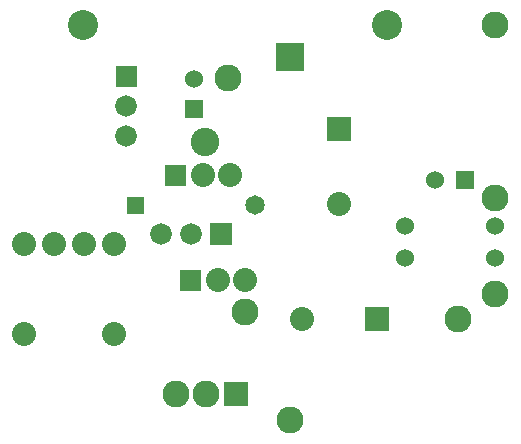
<source format=gtl>
G04 start of page 2 for group 0 idx 0 *
G04 Title: (unknown), top *
G04 Creator: pcb-gtk 20140316 *
G04 CreationDate: Tue 27 Oct 2015 07:07:31 AM GMT UTC *
G04 For: janik *
G04 Format: Gerber/RS-274X *
G04 PCB-Dimensions (mm): 45.72 38.10 *
G04 PCB-Coordinate-Origin: lower left *
%MOMM*%
%FSLAX43Y43*%
%LNGTL*%
%ADD28C,0.762*%
%ADD27C,1.194*%
%ADD26C,1.397*%
%ADD25C,0.889*%
%ADD24C,0.711*%
%ADD23C,1.016*%
%ADD22C,1.067*%
%ADD21C,0.965*%
%ADD20C,1.270*%
%ADD19C,1.143*%
%ADD18C,2.540*%
%ADD17C,1.651*%
%ADD16C,2.032*%
%ADD15C,2.413*%
%ADD14C,2.286*%
%ADD13C,1.829*%
%ADD12C,1.524*%
%ADD11C,0.002*%
G54D11*G36*
X16256Y29210D02*Y27686D01*
X17780D01*
Y29210D01*
X16256D01*
G37*
G54D12*X17018Y30988D03*
G54D11*G36*
X10389Y32156D02*Y30328D01*
X12217D01*
Y32156D01*
X10389D01*
G37*
G54D13*X11303Y28702D03*
Y26162D03*
G54D14*X19939Y31115D03*
G54D11*G36*
X23942Y34080D02*Y31667D01*
X26355D01*
Y34080D01*
X23942D01*
G37*
G54D15*X17964Y25690D03*
G54D14*X42545Y12827D03*
Y20955D03*
G54D12*X34925Y18542D03*
X42545D03*
X34925Y15875D03*
X42545D03*
G54D14*Y35560D03*
G54D11*G36*
X39243Y23241D02*Y21717D01*
X40767D01*
Y23241D01*
X39243D01*
G37*
G54D12*X37465Y22479D03*
G54D11*G36*
X28321Y27813D02*Y25781D01*
X30353D01*
Y27813D01*
X28321D01*
G37*
G54D16*X29337Y20447D03*
G54D14*X39370Y10668D03*
G54D11*G36*
X31496Y11684D02*Y9652D01*
X33528D01*
Y11684D01*
X31496D01*
G37*
G36*
X19558Y5334D02*Y3302D01*
X21590D01*
Y5334D01*
X19558D01*
G37*
G54D14*X18034Y4318D03*
X15494D03*
X25146Y2159D03*
G54D16*X26162Y10668D03*
X10287Y9398D03*
X2667D03*
G54D14*X21336Y11303D03*
G54D11*G36*
X14605Y23749D02*Y21971D01*
X16383D01*
Y23749D01*
X14605D01*
G37*
G54D13*X16764Y17907D03*
X14224D03*
G54D16*X17780Y22860D03*
X20066D03*
X10287Y17018D03*
X7747D03*
X5207D03*
X2667D03*
G54D11*G36*
X15875Y14859D02*Y13081D01*
X17653D01*
Y14859D01*
X15875D01*
G37*
G54D16*X19050Y13970D03*
X21336D03*
G54D11*G36*
X18390Y18821D02*Y16993D01*
X20218D01*
Y18821D01*
X18390D01*
G37*
G36*
X11366Y21018D02*Y19622D01*
X12764D01*
Y21018D01*
X11366D01*
G37*
G54D17*X22225Y20320D03*
G54D18*X7620Y35560D03*
X33401D03*
G54D19*G54D20*G54D21*G54D22*G54D23*G54D19*G54D23*G54D24*G54D23*G54D21*G54D25*G54D23*G54D25*G54D26*G54D20*G54D23*G54D25*G54D23*G54D27*G54D22*G54D23*G54D27*G54D22*G54D28*M02*

</source>
